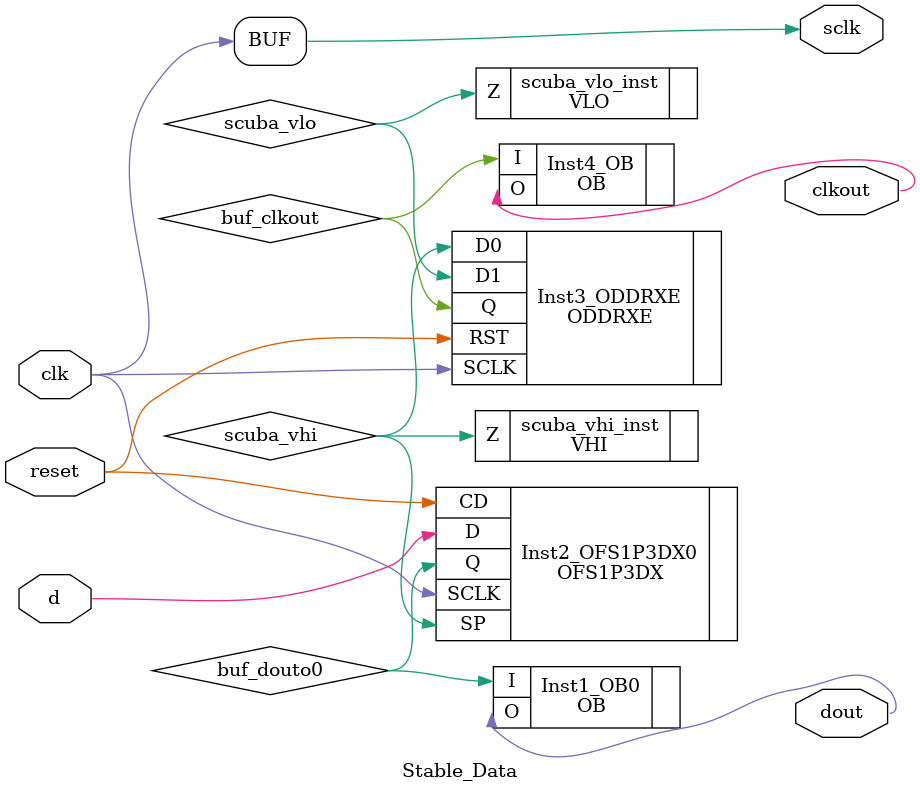
<source format=v>
/* Verilog netlist generated by SCUBA Diamond (64-bit) 3.11.0.396.4 */
/* Module Version: 5.8 */
/* C:\lscc\diamond\3.11_x64\ispfpga\bin\nt64\scuba.exe -w -n Stable_Data -lang verilog -synth lse -bus_exp 7 -bb -arch xo3c00f -type iol -mode out -io_type LVCMOS25 -width 1 -freq_in 166 -clk sclk -aligned -gear 0  */
/* Fri Aug 14 13:53:40 2020 */


`timescale 1 ns / 1 ps
module Stable_Data (clk, clkout, reset, sclk, d, dout)/* synthesis NGD_DRC_MASK=1 */;
    input wire clk;
    input wire reset;
    input wire [0:0] d;
    output wire clkout;
    output wire sclk;
    output wire [0:0] dout;

    wire buf_clkout;
    wire scuba_vlo;
    wire scuba_vhi;
    wire buf_douto0;

    OB Inst4_OB (.I(buf_clkout), .O(clkout))
             /* synthesis IO_TYPE="LVCMOS25" */;

    VLO scuba_vlo_inst (.Z(scuba_vlo));

    ODDRXE Inst3_ODDRXE (.D0(scuba_vhi), .D1(scuba_vlo), .SCLK(clk), .RST(reset), 
        .Q(buf_clkout));

    VHI scuba_vhi_inst (.Z(scuba_vhi));

    OFS1P3DX Inst2_OFS1P3DX0 (.D(d[0]), .SP(scuba_vhi), .SCLK(clk), .CD(reset), 
        .Q(buf_douto0));

    OB Inst1_OB0 (.I(buf_douto0), .O(dout[0]))
             /* synthesis IO_TYPE="LVCMOS25" */;

    assign sclk = clk;


    // exemplar begin
    // exemplar attribute Inst4_OB IO_TYPE LVCMOS25
    // exemplar attribute Inst1_OB0 IO_TYPE LVCMOS25
    // exemplar end

endmodule

</source>
